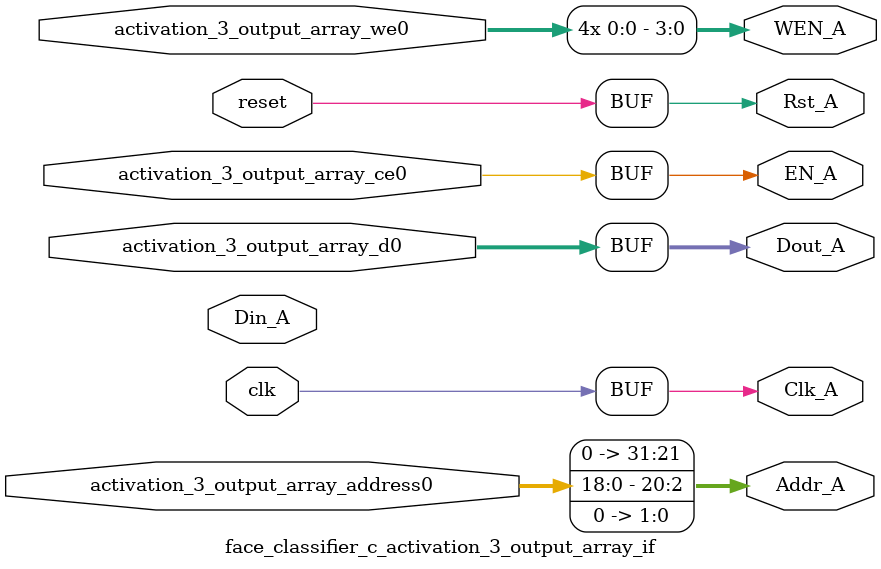
<source format=v>


`timescale 1ns/1ps

module face_classifier_c_activation_3_output_array_if (
    // system singals
    input  wire        clk,
    input  wire        reset,
    // user signals
    input  wire [18:0] activation_3_output_array_address0,
    input  wire        activation_3_output_array_ce0,
    input  wire        activation_3_output_array_we0,
    input  wire [31:0] activation_3_output_array_d0,
    // bus signals
    output wire        Clk_A,
    output wire        Rst_A,
    output wire        EN_A,
    output wire [3:0]  WEN_A,
    output wire [31:0] Addr_A,
    output wire [31:0] Dout_A,
    input  wire [31:0] Din_A
);
//------------------------Body---------------------------
assign Clk_A  = clk;
assign Rst_A  = reset;
assign EN_A   = activation_3_output_array_ce0;
assign Addr_A = {activation_3_output_array_address0, 2'b0};
assign WEN_A  = {4{activation_3_output_array_we0}};
assign Dout_A = activation_3_output_array_d0;

endmodule

</source>
